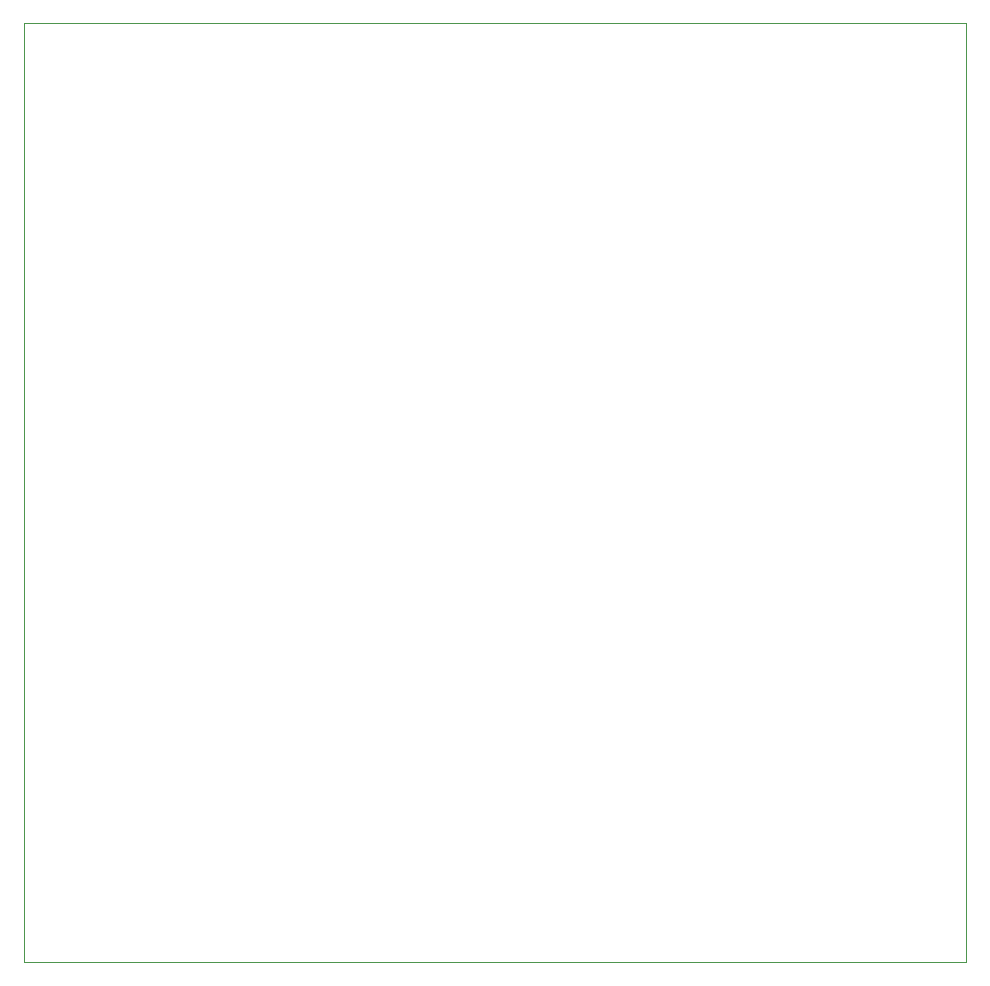
<source format=gm1>
%TF.GenerationSoftware,KiCad,Pcbnew,(6.0.9-0)*%
%TF.CreationDate,2023-03-20T13:18:37-04:00*%
%TF.ProjectId,dad_bod_02,6461645f-626f-4645-9f30-322e6b696361,rev?*%
%TF.SameCoordinates,Original*%
%TF.FileFunction,Profile,NP*%
%FSLAX46Y46*%
G04 Gerber Fmt 4.6, Leading zero omitted, Abs format (unit mm)*
G04 Created by KiCad (PCBNEW (6.0.9-0)) date 2023-03-20 13:18:37*
%MOMM*%
%LPD*%
G01*
G04 APERTURE LIST*
%TA.AperFunction,Profile*%
%ADD10C,0.050000*%
%TD*%
G04 APERTURE END LIST*
D10*
X89936000Y-63276000D02*
X169692000Y-63276000D01*
X169692000Y-63276000D02*
X169692000Y-142778000D01*
X169692000Y-142778000D02*
X89936000Y-142778000D01*
X89936000Y-142778000D02*
X89936000Y-63276000D01*
M02*

</source>
